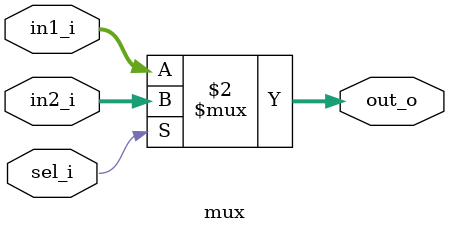
<source format=sv>
module mux(

/* verilator lint_off MODDUP */

input [31:0]in1_i,in2_i,
input sel_i,

output  [31:0]out_o

);


assign out_o = (sel_i == 1'b0) ? in1_i : in2_i;

/* verilator lint_on MODDUP */

endmodule

</source>
